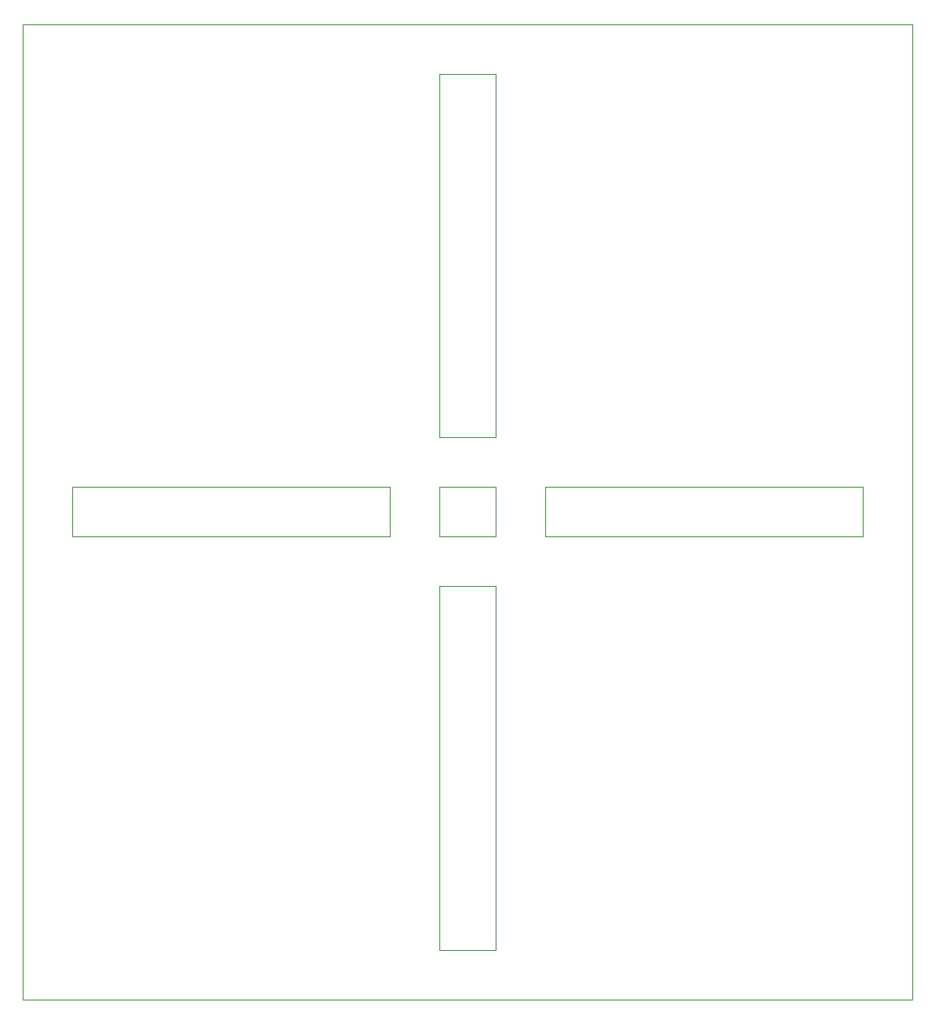
<source format=gbr>
G04 #@! TF.GenerationSoftware,KiCad,Pcbnew,5.1.4*
G04 #@! TF.CreationDate,2019-09-20T10:22:23+02:00*
G04 #@! TF.ProjectId,panel,70616e65-6c2e-46b6-9963-61645f706362,0.1*
G04 #@! TF.SameCoordinates,Original*
G04 #@! TF.FileFunction,Profile,NP*
%FSLAX46Y46*%
G04 Gerber Fmt 4.6, Leading zero omitted, Abs format (unit mm)*
G04 Created by KiCad (PCBNEW 5.1.4) date 2019-09-20 10:22:23*
%MOMM*%
%LPD*%
G04 APERTURE LIST*
%ADD10C,0.050000*%
G04 APERTURE END LIST*
D10*
X103400000Y-124100000D02*
X71400000Y-124100000D01*
X151100000Y-124100000D02*
X119100000Y-124100000D01*
X119100000Y-129100000D02*
X151100000Y-129100000D01*
X71400000Y-129100000D02*
X103400000Y-129100000D01*
X114100000Y-119100000D02*
X114100000Y-82500000D01*
X108400000Y-82500000D02*
X108400000Y-119100000D01*
X114100000Y-134100000D02*
X114100000Y-170700000D01*
X108400000Y-170700000D02*
X108400000Y-134100000D01*
X151100000Y-129100000D02*
X151100000Y-124100000D01*
X156100000Y-124100000D02*
X156100000Y-129100000D01*
X119100000Y-129100000D02*
X119100000Y-124100000D01*
X114100000Y-129100000D02*
X114100000Y-124100000D01*
X103400000Y-129100000D02*
X103400000Y-124100000D01*
X108400000Y-124100000D02*
X108400000Y-129100000D01*
X71400000Y-124100000D02*
X71400000Y-129100000D01*
X66400000Y-124100000D02*
X66400000Y-129100000D01*
X108400000Y-175700000D02*
X114100000Y-175700000D01*
X114100000Y-170700000D02*
X108400000Y-170700000D01*
X66400000Y-175700000D02*
X108400000Y-175700000D01*
X156100000Y-175700000D02*
X156100000Y-129100000D01*
X114100000Y-175700000D02*
X156100000Y-175700000D01*
X114100000Y-134100000D02*
X108400000Y-134100000D01*
X108400000Y-129100000D02*
X114100000Y-129100000D01*
X66400000Y-129100000D02*
X66400000Y-175700000D01*
X114100000Y-119100000D02*
X108400000Y-119100000D01*
X108400000Y-124100000D02*
X114100000Y-124100000D01*
X114100000Y-82500000D02*
X108400000Y-82500000D01*
X108400000Y-77500000D02*
X114100000Y-77500000D01*
X156100000Y-124100000D02*
X156100000Y-77500000D01*
X156100000Y-77500000D02*
X114100000Y-77500000D01*
X66400000Y-77500000D02*
X66400000Y-124100000D01*
X108400000Y-77500000D02*
X66400000Y-77500000D01*
M02*

</source>
